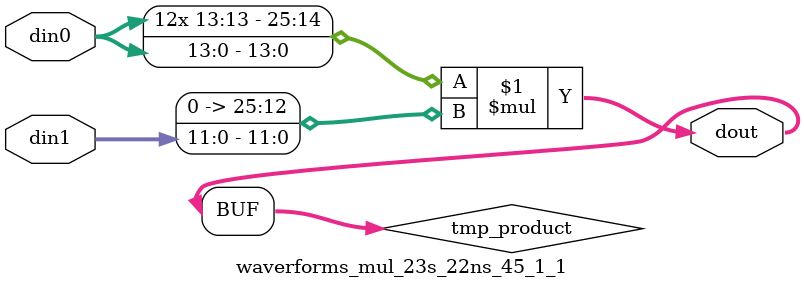
<source format=v>

`timescale 1 ns / 1 ps

 module waverforms_mul_23s_22ns_45_1_1(din0, din1, dout);
parameter ID = 1;
parameter NUM_STAGE = 0;
parameter din0_WIDTH = 14;
parameter din1_WIDTH = 12;
parameter dout_WIDTH = 26;

input [din0_WIDTH - 1 : 0] din0; 
input [din1_WIDTH - 1 : 0] din1; 
output [dout_WIDTH - 1 : 0] dout;

wire signed [dout_WIDTH - 1 : 0] tmp_product;


























assign tmp_product = $signed(din0) * $signed({1'b0, din1});









assign dout = tmp_product;





















endmodule

</source>
